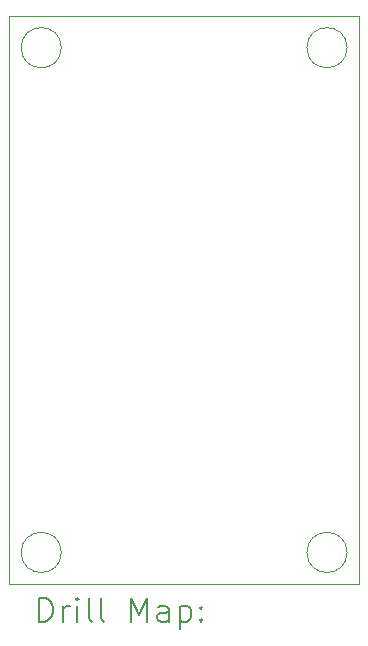
<source format=gbr>
%FSLAX45Y45*%
G04 Gerber Fmt 4.5, Leading zero omitted, Abs format (unit mm)*
G04 Created by KiCad (PCBNEW (6.0.2)) date 2022-09-22 18:34:34*
%MOMM*%
%LPD*%
G01*
G04 APERTURE LIST*
%TA.AperFunction,Profile*%
%ADD10C,0.100000*%
%TD*%
%ADD11C,0.200000*%
G04 APERTURE END LIST*
D10*
X14809800Y-12544300D02*
G75*
G03*
X14809800Y-12544300I-170000J0D01*
G01*
X12390700Y-12544300D02*
G75*
G03*
X12390700Y-12544300I-170000J0D01*
G01*
X14809800Y-8271000D02*
G75*
G03*
X14809800Y-8271000I-170000J0D01*
G01*
X11950700Y-8001000D02*
X14909800Y-8001000D01*
X14909800Y-8001000D02*
X14909800Y-12814300D01*
X14909800Y-12814300D02*
X11950700Y-12814300D01*
X11950700Y-12814300D02*
X11950700Y-8001000D01*
X12390700Y-8271000D02*
G75*
G03*
X12390700Y-8271000I-170000J0D01*
G01*
D11*
X12203319Y-13129776D02*
X12203319Y-12929776D01*
X12250938Y-12929776D01*
X12279509Y-12939300D01*
X12298557Y-12958348D01*
X12308081Y-12977395D01*
X12317605Y-13015490D01*
X12317605Y-13044062D01*
X12308081Y-13082157D01*
X12298557Y-13101205D01*
X12279509Y-13120252D01*
X12250938Y-13129776D01*
X12203319Y-13129776D01*
X12403319Y-13129776D02*
X12403319Y-12996443D01*
X12403319Y-13034538D02*
X12412843Y-13015490D01*
X12422367Y-13005967D01*
X12441414Y-12996443D01*
X12460462Y-12996443D01*
X12527128Y-13129776D02*
X12527128Y-12996443D01*
X12527128Y-12929776D02*
X12517605Y-12939300D01*
X12527128Y-12948824D01*
X12536652Y-12939300D01*
X12527128Y-12929776D01*
X12527128Y-12948824D01*
X12650938Y-13129776D02*
X12631890Y-13120252D01*
X12622367Y-13101205D01*
X12622367Y-12929776D01*
X12755700Y-13129776D02*
X12736652Y-13120252D01*
X12727128Y-13101205D01*
X12727128Y-12929776D01*
X12984271Y-13129776D02*
X12984271Y-12929776D01*
X13050938Y-13072633D01*
X13117605Y-12929776D01*
X13117605Y-13129776D01*
X13298557Y-13129776D02*
X13298557Y-13025014D01*
X13289033Y-13005967D01*
X13269986Y-12996443D01*
X13231890Y-12996443D01*
X13212843Y-13005967D01*
X13298557Y-13120252D02*
X13279509Y-13129776D01*
X13231890Y-13129776D01*
X13212843Y-13120252D01*
X13203319Y-13101205D01*
X13203319Y-13082157D01*
X13212843Y-13063109D01*
X13231890Y-13053586D01*
X13279509Y-13053586D01*
X13298557Y-13044062D01*
X13393795Y-12996443D02*
X13393795Y-13196443D01*
X13393795Y-13005967D02*
X13412843Y-12996443D01*
X13450938Y-12996443D01*
X13469986Y-13005967D01*
X13479509Y-13015490D01*
X13489033Y-13034538D01*
X13489033Y-13091681D01*
X13479509Y-13110728D01*
X13469986Y-13120252D01*
X13450938Y-13129776D01*
X13412843Y-13129776D01*
X13393795Y-13120252D01*
X13574748Y-13110728D02*
X13584271Y-13120252D01*
X13574748Y-13129776D01*
X13565224Y-13120252D01*
X13574748Y-13110728D01*
X13574748Y-13129776D01*
X13574748Y-13005967D02*
X13584271Y-13015490D01*
X13574748Y-13025014D01*
X13565224Y-13015490D01*
X13574748Y-13005967D01*
X13574748Y-13025014D01*
M02*

</source>
